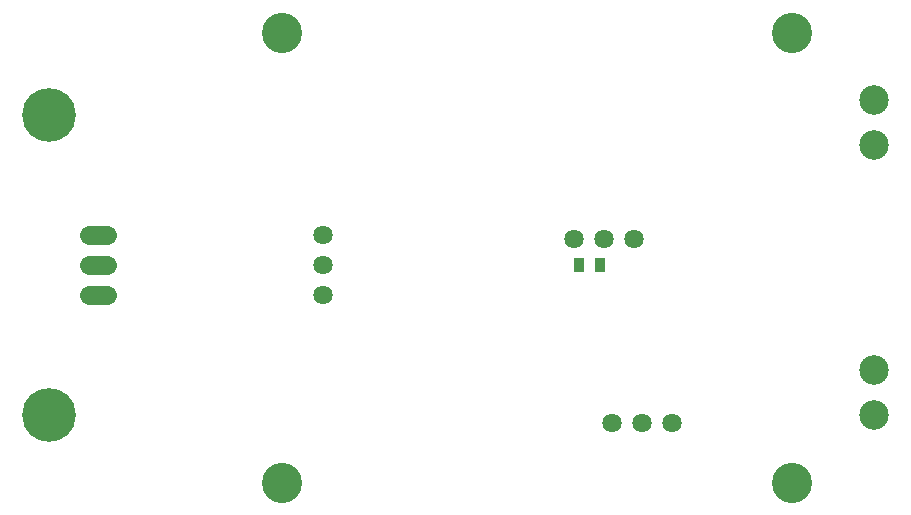
<source format=gts>
G75*
G70*
%OFA0B0*%
%FSLAX24Y24*%
%IPPOS*%
%LPD*%
%AMOC8*
5,1,8,0,0,1.08239X$1,22.5*
%
%ADD10C,0.0640*%
%ADD11C,0.1790*%
%ADD12C,0.0642*%
%ADD13R,0.0355X0.0512*%
%ADD14C,0.0985*%
%ADD15C,0.1340*%
D10*
X006550Y007600D02*
X007150Y007600D01*
X007150Y008600D02*
X006550Y008600D01*
X006550Y009600D02*
X007150Y009600D01*
D11*
X005200Y003600D03*
X005200Y013600D03*
D12*
X014350Y009600D03*
X014350Y008600D03*
X014350Y007600D03*
X022725Y009475D03*
X023725Y009475D03*
X024725Y009475D03*
X024975Y003350D03*
X023975Y003350D03*
X025975Y003350D03*
D13*
X023579Y008600D03*
X022871Y008600D03*
D14*
X032725Y005100D03*
X032725Y003600D03*
X032725Y012600D03*
X032725Y014100D03*
D15*
X029975Y016350D03*
X012975Y016350D03*
X012975Y001350D03*
X029975Y001350D03*
M02*

</source>
